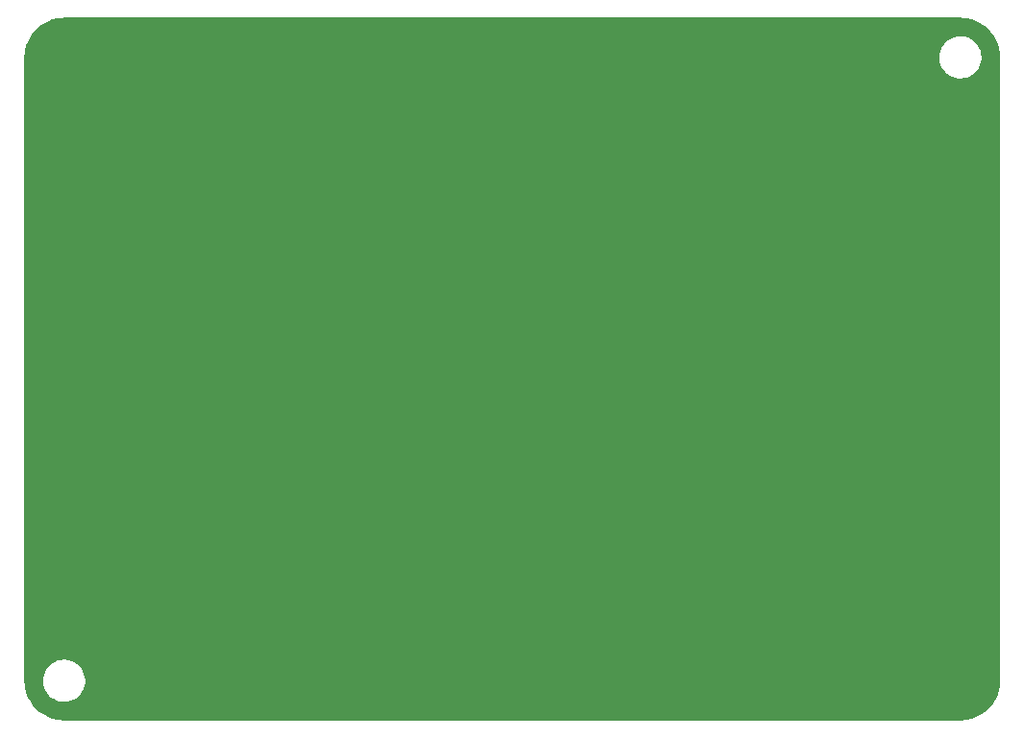
<source format=gbr>
%TF.GenerationSoftware,KiCad,Pcbnew,7.0.8*%
%TF.CreationDate,2024-06-10T09:02:31-04:00*%
%TF.ProjectId,bottomboard,626f7474-6f6d-4626-9f61-72642e6b6963,rev?*%
%TF.SameCoordinates,Original*%
%TF.FileFunction,Copper,L2,Bot*%
%TF.FilePolarity,Positive*%
%FSLAX46Y46*%
G04 Gerber Fmt 4.6, Leading zero omitted, Abs format (unit mm)*
G04 Created by KiCad (PCBNEW 7.0.8) date 2024-06-10 09:02:31*
%MOMM*%
%LPD*%
G01*
G04 APERTURE LIST*
G04 APERTURE END LIST*
%TA.AperFunction,Conductor*%
%TO.N,GND*%
G36*
X179501513Y-58000575D02*
G01*
X179567131Y-58003797D01*
X179652481Y-58007990D01*
X179846607Y-58018164D01*
X179852409Y-58018745D01*
X180021733Y-58043862D01*
X180197594Y-58071716D01*
X180202929Y-58072804D01*
X180372209Y-58115206D01*
X180541341Y-58160525D01*
X180546122Y-58162018D01*
X180711894Y-58221332D01*
X180874263Y-58283660D01*
X180878543Y-58285492D01*
X180964073Y-58325944D01*
X181038476Y-58361134D01*
X181192992Y-58439864D01*
X181196720Y-58441928D01*
X181348967Y-58533180D01*
X181494262Y-58627537D01*
X181497428Y-58629736D01*
X181640323Y-58735714D01*
X181774975Y-58844752D01*
X181777594Y-58846997D01*
X181908517Y-58965658D01*
X181910721Y-58967757D01*
X182032241Y-59089277D01*
X182034340Y-59091481D01*
X182153001Y-59222404D01*
X182155246Y-59225023D01*
X182264285Y-59359676D01*
X182370262Y-59502570D01*
X182372461Y-59505736D01*
X182466822Y-59651038D01*
X182558070Y-59803278D01*
X182560133Y-59807006D01*
X182638868Y-59961529D01*
X182714506Y-60121455D01*
X182716342Y-60125746D01*
X182778672Y-60288120D01*
X182787616Y-60313116D01*
X182837970Y-60453847D01*
X182839479Y-60458678D01*
X182884793Y-60627790D01*
X182927191Y-60797056D01*
X182928286Y-60802424D01*
X182956145Y-60978317D01*
X182981250Y-61147560D01*
X182981836Y-61153416D01*
X182992011Y-61347561D01*
X182999425Y-61498488D01*
X182999500Y-61501530D01*
X182999500Y-116498469D01*
X182999425Y-116501511D01*
X182992011Y-116652438D01*
X182981836Y-116846582D01*
X182981250Y-116852438D01*
X182956145Y-117021682D01*
X182928286Y-117197574D01*
X182927191Y-117202942D01*
X182884793Y-117372209D01*
X182839479Y-117541320D01*
X182837967Y-117546163D01*
X182778672Y-117711879D01*
X182716342Y-117874252D01*
X182714507Y-117878543D01*
X182638868Y-118038470D01*
X182560133Y-118192992D01*
X182558070Y-118196720D01*
X182466822Y-118348961D01*
X182372461Y-118494262D01*
X182370262Y-118497428D01*
X182264285Y-118640323D01*
X182155245Y-118774975D01*
X182153001Y-118777594D01*
X182034340Y-118908517D01*
X182032241Y-118910721D01*
X181910721Y-119032241D01*
X181908517Y-119034340D01*
X181777594Y-119153001D01*
X181774975Y-119155245D01*
X181640323Y-119264285D01*
X181497428Y-119370262D01*
X181494262Y-119372461D01*
X181348961Y-119466822D01*
X181196720Y-119558070D01*
X181192992Y-119560133D01*
X181038470Y-119638868D01*
X180878543Y-119714507D01*
X180874252Y-119716342D01*
X180711879Y-119778672D01*
X180546163Y-119837967D01*
X180541320Y-119839479D01*
X180372209Y-119884793D01*
X180202942Y-119927191D01*
X180197574Y-119928286D01*
X180021682Y-119956145D01*
X179852438Y-119981250D01*
X179846582Y-119981836D01*
X179652438Y-119992011D01*
X179501513Y-119999425D01*
X179498470Y-119999500D01*
X100501530Y-119999500D01*
X100498488Y-119999425D01*
X100347561Y-119992011D01*
X100153416Y-119981836D01*
X100147560Y-119981250D01*
X99978317Y-119956145D01*
X99802424Y-119928286D01*
X99797056Y-119927191D01*
X99627790Y-119884793D01*
X99458678Y-119839479D01*
X99453847Y-119837970D01*
X99347307Y-119799850D01*
X99288120Y-119778672D01*
X99125746Y-119716342D01*
X99121455Y-119714506D01*
X98961529Y-119638868D01*
X98807006Y-119560133D01*
X98803278Y-119558070D01*
X98651038Y-119466822D01*
X98505736Y-119372461D01*
X98502570Y-119370262D01*
X98359676Y-119264285D01*
X98225023Y-119155246D01*
X98222404Y-119153001D01*
X98091481Y-119034340D01*
X98089277Y-119032241D01*
X97967757Y-118910721D01*
X97965658Y-118908517D01*
X97846997Y-118777594D01*
X97844752Y-118774975D01*
X97735714Y-118640323D01*
X97629736Y-118497428D01*
X97627537Y-118494262D01*
X97533177Y-118348961D01*
X97441928Y-118196720D01*
X97439864Y-118192992D01*
X97401675Y-118118042D01*
X97361131Y-118038470D01*
X97325944Y-117964073D01*
X97285492Y-117878543D01*
X97283656Y-117874252D01*
X97250479Y-117787824D01*
X97221327Y-117711879D01*
X97162018Y-117546122D01*
X97160525Y-117541341D01*
X97115206Y-117372209D01*
X97072804Y-117202929D01*
X97071716Y-117197594D01*
X97043854Y-117021682D01*
X97018745Y-116852409D01*
X97018164Y-116846607D01*
X97007989Y-116652438D01*
X97003828Y-116567763D01*
X98645787Y-116567763D01*
X98675413Y-116837013D01*
X98675415Y-116837024D01*
X98723691Y-117021682D01*
X98743928Y-117099088D01*
X98849870Y-117348390D01*
X98967614Y-117541320D01*
X98990979Y-117579605D01*
X98990986Y-117579615D01*
X99164253Y-117787819D01*
X99164259Y-117787824D01*
X99260719Y-117874252D01*
X99365998Y-117968582D01*
X99591910Y-118118044D01*
X99837176Y-118233020D01*
X99837183Y-118233022D01*
X99837185Y-118233023D01*
X100096557Y-118311057D01*
X100096564Y-118311058D01*
X100096569Y-118311060D01*
X100364561Y-118350500D01*
X100364566Y-118350500D01*
X100567636Y-118350500D01*
X100619133Y-118346730D01*
X100770156Y-118335677D01*
X100882758Y-118310593D01*
X101034546Y-118276782D01*
X101034548Y-118276781D01*
X101034553Y-118276780D01*
X101287558Y-118180014D01*
X101523777Y-118047441D01*
X101738177Y-117881888D01*
X101926186Y-117686881D01*
X102083799Y-117466579D01*
X102157787Y-117322669D01*
X102207649Y-117225690D01*
X102207651Y-117225684D01*
X102207656Y-117225675D01*
X102295118Y-116969305D01*
X102344319Y-116702933D01*
X102354212Y-116432235D01*
X102324586Y-116162982D01*
X102256072Y-115900912D01*
X102150130Y-115651610D01*
X102009018Y-115420390D01*
X101919747Y-115313119D01*
X101835746Y-115212180D01*
X101835740Y-115212175D01*
X101634002Y-115031418D01*
X101408092Y-114881957D01*
X101408090Y-114881956D01*
X101162824Y-114766980D01*
X101162819Y-114766978D01*
X101162814Y-114766976D01*
X100903442Y-114688942D01*
X100903428Y-114688939D01*
X100787791Y-114671921D01*
X100635439Y-114649500D01*
X100432369Y-114649500D01*
X100432364Y-114649500D01*
X100229844Y-114664323D01*
X100229831Y-114664325D01*
X99965453Y-114723217D01*
X99965446Y-114723220D01*
X99712439Y-114819987D01*
X99476226Y-114952557D01*
X99261822Y-115118112D01*
X99073822Y-115313109D01*
X99073816Y-115313116D01*
X98916202Y-115533419D01*
X98916199Y-115533424D01*
X98792350Y-115774309D01*
X98792343Y-115774327D01*
X98704884Y-116030685D01*
X98704881Y-116030699D01*
X98655681Y-116297068D01*
X98655680Y-116297075D01*
X98645787Y-116567763D01*
X97003828Y-116567763D01*
X97003797Y-116567131D01*
X97000575Y-116501513D01*
X97000500Y-116498471D01*
X97000500Y-61567763D01*
X177645787Y-61567763D01*
X177675413Y-61837013D01*
X177675415Y-61837024D01*
X177743926Y-62099082D01*
X177743928Y-62099088D01*
X177849870Y-62348390D01*
X177921998Y-62466575D01*
X177990979Y-62579605D01*
X177990986Y-62579615D01*
X178164253Y-62787819D01*
X178164259Y-62787824D01*
X178365998Y-62968582D01*
X178591910Y-63118044D01*
X178837176Y-63233020D01*
X178837183Y-63233022D01*
X178837185Y-63233023D01*
X179096557Y-63311057D01*
X179096564Y-63311058D01*
X179096569Y-63311060D01*
X179364561Y-63350500D01*
X179364566Y-63350500D01*
X179567636Y-63350500D01*
X179619133Y-63346730D01*
X179770156Y-63335677D01*
X179882758Y-63310593D01*
X180034546Y-63276782D01*
X180034548Y-63276781D01*
X180034553Y-63276780D01*
X180287558Y-63180014D01*
X180523777Y-63047441D01*
X180738177Y-62881888D01*
X180926186Y-62686881D01*
X181083799Y-62466579D01*
X181157787Y-62322669D01*
X181207649Y-62225690D01*
X181207651Y-62225684D01*
X181207656Y-62225675D01*
X181295118Y-61969305D01*
X181344319Y-61702933D01*
X181354212Y-61432235D01*
X181324586Y-61162982D01*
X181256072Y-60900912D01*
X181150130Y-60651610D01*
X181009018Y-60420390D01*
X181007845Y-60418981D01*
X180835746Y-60212180D01*
X180835740Y-60212175D01*
X180634002Y-60031418D01*
X180408092Y-59881957D01*
X180408090Y-59881956D01*
X180162824Y-59766980D01*
X180162819Y-59766978D01*
X180162814Y-59766976D01*
X179903442Y-59688942D01*
X179903428Y-59688939D01*
X179787791Y-59671921D01*
X179635439Y-59649500D01*
X179432369Y-59649500D01*
X179432364Y-59649500D01*
X179229844Y-59664323D01*
X179229831Y-59664325D01*
X178965453Y-59723217D01*
X178965446Y-59723220D01*
X178712439Y-59819987D01*
X178476226Y-59952557D01*
X178476224Y-59952558D01*
X178476223Y-59952559D01*
X178413893Y-60000688D01*
X178261822Y-60118112D01*
X178073822Y-60313109D01*
X178073816Y-60313116D01*
X177916202Y-60533419D01*
X177916199Y-60533424D01*
X177792350Y-60774309D01*
X177792343Y-60774327D01*
X177704884Y-61030685D01*
X177704881Y-61030699D01*
X177655681Y-61297068D01*
X177655680Y-61297075D01*
X177645787Y-61567763D01*
X97000500Y-61567763D01*
X97000500Y-61501528D01*
X97000575Y-61498486D01*
X97003829Y-61432235D01*
X97007995Y-61347421D01*
X97018164Y-61153388D01*
X97018744Y-61147594D01*
X97043858Y-60978287D01*
X97071717Y-60802396D01*
X97072801Y-60797083D01*
X97115210Y-60627776D01*
X97160529Y-60458644D01*
X97162013Y-60453891D01*
X97221338Y-60288089D01*
X97283668Y-60125717D01*
X97285492Y-60121455D01*
X97287073Y-60118112D01*
X97361145Y-59961499D01*
X97439877Y-59806982D01*
X97441915Y-59803299D01*
X97533192Y-59651013D01*
X97627560Y-59505701D01*
X97629724Y-59502586D01*
X97735718Y-59359670D01*
X97844785Y-59224983D01*
X97846970Y-59222434D01*
X97965703Y-59091433D01*
X97967717Y-59089318D01*
X98089318Y-58967717D01*
X98091433Y-58965703D01*
X98222434Y-58846970D01*
X98224983Y-58844785D01*
X98359656Y-58735728D01*
X98502586Y-58629724D01*
X98505701Y-58627560D01*
X98651013Y-58533192D01*
X98803299Y-58441915D01*
X98806982Y-58439877D01*
X98961499Y-58361145D01*
X99121462Y-58285488D01*
X99125717Y-58283668D01*
X99288089Y-58221338D01*
X99453891Y-58162013D01*
X99458644Y-58160529D01*
X99627776Y-58115210D01*
X99797083Y-58072801D01*
X99802396Y-58071717D01*
X99978287Y-58043858D01*
X100147594Y-58018744D01*
X100153388Y-58018164D01*
X100347421Y-58007995D01*
X100445332Y-58003185D01*
X100498487Y-58000575D01*
X100501529Y-58000500D01*
X179498471Y-58000500D01*
X179501513Y-58000575D01*
G37*
%TD.AperFunction*%
%TD*%
M02*

</source>
